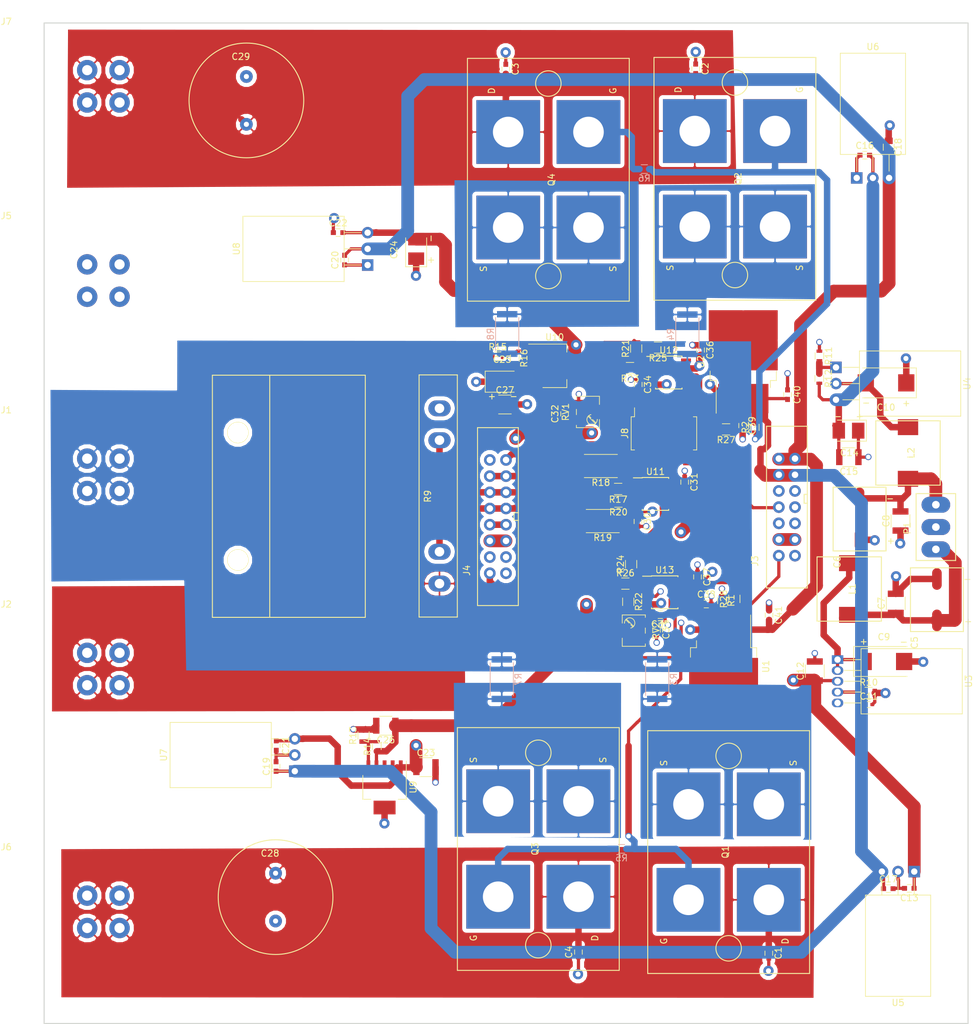
<source format=kicad_pcb>
(kicad_pcb (version 20221018) (generator pcbnew)
  (layers (0 "F.Cu" signal) (1 "In1.Cu" signal) (2 "In2.Cu" signal) (31 "B.Cu" signal) (34 "B.Paste" user) (35 "F.Paste" user) (36 "B.SilkS" user "B.Silkscreen") (37 "F.SilkS" user "F.Silkscreen") (38 "B.Mask" user) (39 "F.Mask" user) (44 "Edge.Cuts" user))
  (net 0 "")
  (net 1 "GND")
  (net 2 "+HCC")
  (net 3 "-HCC")
  (net 4 "+24V")
  (net 5 "-24V")
  (net 6 "Net-(C10-Pad2)")
  (net 7 "Net-(C11-Pad1)")
  (net 8 "V+")
  (net 9 "V-")
  (net 10 "+15V")
  (net 11 "-15V")
  (net 12 "+5V")
  (net 13 "-5V")
  (net 14 "-2.5V")
  (net 15 "+2.5V")
  (net 16 "Net-(J1-Pad1)")
  (net 17 "Net-(J2-Pad1)")
  (net 18 "rconn_1")
  (net 19 "rconn_4")
  (net 20 "rconn_3")
  (net 21 "rconn_2")
  (net 22 "Net-(Q1-Pad3)")
  (net 23 "Net-(Q1-Pad1)")
  (net 24 "Net-(Q2-Pad3)")
  (net 25 "Net-(Q2-Pad1)")
  (net 26 "Net-(Q3-Pad3)")
  (net 27 "Net-(Q3-Pad1)")
  (net 28 "Net-(Q4-Pad3)")
  (net 29 "Net-(Q4-Pad1)")
  (net 30 "Net-(R1-Pad2)")
  (net 31 "Net-(R2-Pad2)")
  (net 32 "Net-(R11-Pad2)")
  (net 33 "Net-(R13-Pad1)")
  (net 34 "Net-(R15-Pad2)")
  (net 35 "Net-(C9-Pad1)")
  (net 36 "rconn_7")
  (net 37 "rconn_5")
  (net 38 "rconn_6")
  (net 39 "Net-(R21-Pad2)")
  (net 40 "Net-(R21-Pad1)")
  (net 41 "Net-(R22-Pad1)")
  (net 42 "Net-(R22-Pad2)")
  (net 43 "Net-(J8-Pad3)")
  (net 44 "Net-(R25-Pad1)")
  (net 45 "Net-(R26-Pad1)")
  (net 46 "Net-(J8-Pad6)")
  (net 47 "Net-(J8-Pad4)")
  (net 48 "Net-(J8-Pad5)")
  (net 49 "Net-(U3-Pad5)")
  (net 50 "Net-(U11-Pad1)")
  (net 51 "Net-(U11-Pad5)")
  (net 52 "Net-(U11-Pad8)")
  (net 53 "Net-(U12-Pad1)")
  (net 54 "Net-(U12-Pad5)")
  (net 55 "Net-(U12-Pad8)")
  (net 56 "Net-(U13-Pad1)")
  (net 57 "Net-(U13-Pad5)")
  (net 58 "Net-(U13-Pad8)")
  (footprint "Capacitors_SMD:C_0603" (layer "F.Cu") (at 126.73 163.98 -90)
    (fp_text reference "C1")
    (fp_text value "0.1uF")
  )
  (footprint "Capacitors_SMD:C_0603" (layer "F.Cu") (at 115.255 25.19 -90)
    (fp_text reference "C2")
    (fp_text value "0.1uF")
  )
  (footprint "Capacitors_SMD:C_0603" (layer "F.Cu") (at 85.455 25.23 -90)
    (fp_text reference "C3")
    (fp_text value "0.1uF")
  )
  (footprint "Capacitors_SMD:C_0603" (layer "F.Cu") (at 96.86 163.8 90)
    (fp_text reference "C4")
    (fp_text value "0.1uF")
  )
  (footprint "zmyfootprint:CAP_polar_220uF" (layer "F.Cu") (at 153.115 108.5)
    (fp_text reference "C5")
    (fp_text value "220uF")
  )
  (footprint "zmyfootprint:CAP_polar_220uF" (layer "F.Cu") (at 140.975 95.85)
    (fp_text reference "C6")
    (fp_text value "220uF")
  )
  (footprint "Capacitors_SMD:C_1210" (layer "F.Cu") (at 146.655 109.07 90)
    (fp_text reference "C7")
    (fp_text value "10uF")
  )
  (footprint "Capacitors_SMD:C_1210" (layer "F.Cu") (at 147.4 96.15 90)
    (fp_text reference "C8")
    (fp_text value "10uF")
  )
  (footprint "zmyfootprint:CP_Tantalum_Case-X_EIA-7343-43_Reflow" (layer "F.Cu") (at 145.129794 74.474106 180)
    (fp_text reference "C10")
    (fp_text value "47uF")
  )
  (footprint "Capacitors_SMD:C_0603" (layer "F.Cu") (at 148.779106 153.795206 180)
    (fp_text reference "C13")
    (fp_text value "0.33uF")
  )
  (footprint "zmyfootprint:CP_Tantalum_Case-B_EIA-3528-21_Reflow" (layer "F.Cu") (at 139.239794 81.974106 180)
    (fp_text reference "C14")
    (fp_text value "1uF")
  )
  (footprint "Capacitors_SMD:C_1210" (layer "F.Cu") (at 139.294794 86.134106 180)
    (fp_text reference "C15")
    (fp_text value "10uF")
  )
  (footprint "Capacitors_SMD:C_0603" (layer "F.Cu") (at 141.789106 38.745206)
    (fp_text reference "C16")
    (fp_text value "0.33uF")
  )
  (footprint "Capacitors_SMD:C_0603" (layer "F.Cu") (at 145.489106 153.845206)
    (fp_text reference "C17")
    (fp_text value "0.1uF")
  )
  (footprint "Capacitors_SMD:C_0805" (layer "F.Cu") (at 145.549106 37.495206 -90)
    (fp_text reference "C18")
    (fp_text value "0.1uF")
  )
  (footprint "Capacitors_SMD:C_0603" (layer "F.Cu") (at 60.165206 55.205894 90)
    (fp_text reference "C20")
    (fp_text value "0.33uF")
  )
  (footprint "Capacitors_SMD:C_0603" (layer "F.Cu") (at 59.145206 50.895894)
    (fp_text reference "C22")
    (fp_text value "0.1uF")
  )
  (footprint "Capacitors_SMD:C_1210" (layer "F.Cu") (at 72.925 134.775)
    (fp_text reference "C23")
    (fp_text value "10uF")
  )
  (footprint "zmyfootprint:CP_Tantalum_Case-B_EIA-3528-21_Reflow" (layer "F.Cu") (at 71.39 53.455 90)
    (fp_text reference "C24")
    (fp_text value "1uF")
  )
  (footprint "zmyfootprint:CP_Tantalum_Case-B_EIA-3528-21_Reflow" (layer "F.Cu") (at 85.02717 74.288914)
    (fp_text reference "C25")
    (fp_text value "1uF")
  )
  (footprint "Capacitors_SMD:C_1210" (layer "F.Cu") (at 66.625 128.275 180)
    (fp_text reference "C26")
    (fp_text value "10uF")
  )
  (footprint "Capacitors_SMD:C_1210" (layer "F.Cu") (at 85.32217 77.868914)
    (fp_text reference "C27")
    (fp_text value "10uF")
  )
  (footprint "zmyfootprint:SAFETY-BANANA-JACK-CT3151" (layer "F.Cu") (at 22.3 88.9)
    (fp_text reference "J1")
    (fp_text value "Conn_01x01_Female")
  )
  (footprint "zmyfootprint:Inductor_SLF10145" (layer "F.Cu") (at 139.35 106.825 90)
    (fp_text reference "L1")
    (fp_text value "100uH")
  )
  (footprint "zmyfootprint:Inductor_SLF10145" (layer "F.Cu") (at 148.575 85.475 90)
    (fp_text reference "L2")
    (fp_text value "100uH")
  )
  (footprint "zmyfootprint:Conn_01X03-3.5mm" (layer "F.Cu") (at 152.95 97.1 90)
    (fp_text reference "P1")
    (fp_text value "CONN_01X03")
  )
  (footprint "zmyfootprint:PowerMOS" (layer "F.Cu") (at 120.43 148.107 -90)
    (fp_text reference "Q1")
    (fp_text value "Q_NMOS_GDS")
  )
  (footprint "zmyfootprint:PowerMOS" (layer "F.Cu") (at 121.415 42.453 90)
    (fp_text reference "Q2")
    (fp_text value "Q_PMOS_GDS")
  )
  (footprint "zmyfootprint:PowerMOS" (layer "F.Cu") (at 90.56 147.623 -90)
    (fp_text reference "Q3")
    (fp_text value "Q_NMOS_GDS")
  )
  (footprint "Resistors_SMD:R_0603" (layer "F.Cu") (at 124.525 81.45 90)
    (fp_text reference "R2")
    (fp_text value "5.1")
  )
  (footprint "zmyfootprint:SHR4-3825" (layer "F.Cu") (at 75.05 92.225 90)
    (fp_text reference "R9")
    (fp_text value "R_Shunt")
  )
  (footprint "Resistors_SMD:R_0603" (layer "F.Cu") (at 134.675 70.25 -90)
    (fp_text reference "R11")
    (fp_text value "1.8k")
  )
  (footprint "Resistors_SMD:R_0603" (layer "F.Cu") (at 134.655 73.785 -90)
    (fp_text reference "R12")
    (fp_text value "120")
  )
  (footprint "Resistors_SMD:R_0805" (layer "F.Cu") (at 63.130206 129.815894 90)
    (fp_text reference "R13")
    (fp_text value "4k")
  )
  (footprint "Resistors_SMD:R_0603" (layer "F.Cu") (at 65.220206 131.535894 90)
    (fp_text reference "R14")
    (fp_text value "4.22k")
  )
  (footprint "Resistors_SMD:R_0603" (layer "F.Cu") (at 84.19217 70.288914)
    (fp_text reference "R15")
    (fp_text value "120")
  )
  (footprint "Resistors_SMD:R_0603" (layer "F.Cu") (at 86.87217 70.598914 -90)
    (fp_text reference "R16")
    (fp_text value "120")
  )
  (footprint "TO_SOT_Packages_SMD:TO-263-5_TabPin6" (layer "F.Cu") (at 119.632568 118.978444 -90)
    (fp_text reference "U1")
    (fp_text value "BUF634")
  )
  (footprint "TO_SOT_Packages_THT:TO-220-3_Horizontal" (layer "F.Cu") (at 137.274794 72.044106 -90)
    (fp_text reference "U4")
    (fp_text value "LM337_TO220")
  )
  (footprint "TO_SOT_Packages_THT:TO-220-3_Horizontal" (layer "F.Cu") (at 149.559106 151.165206 180)
    (fp_text reference "U5")
    (fp_text value "uA7815")
  )
  (footprint "TO_SOT_Packages_THT:TO-220-3_Horizontal" (layer "F.Cu") (at 140.529106 42.315206)
    (fp_text reference "U6")
    (fp_text value "LM7915")
  )
  (footprint "TO_SOT_Packages_THT:TO-220-3_Horizontal" (layer "F.Cu") (at 63.775206 55.985894 90)
    (fp_text reference "U8")
    (fp_text value "LM7905")
  )
  (footprint "TO_SOT_Packages_SMD:SOT-223-6" (layer "F.Cu") (at 66.430206 137.953394 -90)
    (fp_text reference "U9")
    (fp_text value "TL1963A")
  )
  (footprint "TO_SOT_Packages_SMD:SOT-223" (layer "F.Cu") (at 93.12217 71.798914)
    (fp_text reference "U10")
    (fp_text value "LM337_SOT223")
  )
  (footprint "zmyfootprint:CAPCITOR_TOT" (layer "F.Cu") (at 49.325 155.175)
    (fp_text reference "C28")
    (fp_text value "1000uF")
  )
  (footprint "zmyfootprint:CAPCITOR_TOT" (layer "F.Cu") (at 44.745 30.15)
    (fp_text reference "C29")
    (fp_text value "1000uF")
  )
  (footprint "zmyfootprint:SAFETY-BANANA-JACK-CT3151" (layer "F.Cu") (at 22.3 58.42)
    (fp_text reference "J5")
    (fp_text value "Conn_01x01_Female")
  )
  (footprint "zmyfootprint:SAFETY-BANANA-JACK-CT3151" (layer "F.Cu") (at 22.3 157.48)
    (fp_text reference "J6")
    (fp_text value "Conn_01x01_Female")
  )
  (footprint "zmyfootprint:SAFETY-BANANA-JACK-CT3151" (layer "F.Cu") (at 22.3 27.94)
    (fp_text reference "J7")
    (fp_text value "Conn_01x01_Female")
  )
  (footprint "zmyfootprint:SAFETY-BANANA-JACK-CT3151" (layer "F.Cu") (at 22.3 119.38)
    (fp_text reference "J2")
    (fp_text value "Conn_01x01_Female")
  )
  (footprint "Resistors_SMD:R_0805" (layer "F.Cu") (at 120.025 81.775 180)
    (fp_text reference "R27")
    (fp_text value "2.2k")
  )
  (footprint "Resistors_SMD:R_0805" (layer "F.Cu") (at 121.325 108.375 90)
    (fp_text reference "R28")
    (fp_text value "2.2k")
  )
  (footprint "Resistors_SMD:R_0805" (layer "F.Cu") (at 142.410206 123.130894)
    (fp_text reference "R10")
    (fp_text value "2M")
  )
  (footprint "Capacitors_SMD:C_0402" (layer "F.Cu") (at 142.430206 124.950894)
    (fp_text reference "C11")
    (fp_text value "22pF")
  )
  (footprint "zmyfootprint:CP_Tantalum_Case-X_EIA-7343-43_Reflow" (layer "F.Cu") (at 144.795206 118.200894)
    (fp_text reference "C9")
    (fp_text value "47uF")
  )
  (footprint "Capacitors_SMD:C_1210" (layer "F.Cu") (at 133.95 119.7 90)
    (fp_text reference "C12")
    (fp_text value "10uF")
  )
  (footprint "TO_SOT_Packages_THT:TO-220-3_Horizontal" (layer "F.Cu") (at 52.344794 135.414106 90)
    (fp_text reference "U7")
    (fp_text value "LM7805")
  )
  (footprint "TO_SOT_Packages_THT:TO-220-5_Horizontal" (layer "F.Cu") (at 137.520206 117.900894 -90)
    (fp_text reference "U3")
    (fp_text value "LT3080")
  )
  (footprint "zmyfootprint:16PinConn" (layer "F.Cu") (at 82.95 104.35 90)
    (fp_text reference "J4")
    (fp_text value "Conn_02x08_Odd_Even")
  )
  (footprint "zmyfootprint:Socket_Strip_Straight_2x04_Pitch2.54mm_SMD" (layer "F.Cu") (at 110.275 82.4 90)
    (fp_text reference "J8")
    (fp_text value "Conn_02x04_Counter_Clockwise")
  )
  (footprint "Capacitors_SMD:C_0603" (layer "F.Cu") (at 116.025 69.325 -90)
    (fp_text reference "C36")
    (fp_text value "0.1uF")
  )
  (footprint "Resistors_SMD:R_0805" (layer "F.Cu") (at 105.92 69.09 90)
    (fp_text reference "R21")
    (fp_text value "18.2k")
  )
  (footprint "Capacitors_SMD:C_0603" (layer "F.Cu") (at 106.24 74.73 -90)
    (fp_text reference "C34")
    (fp_text value "0.1uF")
  )
  (footprint "Resistors_SMD:R_0805" (layer "F.Cu") (at 104.95 72.15 180)
    (fp_text reference "R23")
    (fp_text value "2.2k")
  )
  (footprint "Resistors_SMD:R_0805" (layer "F.Cu") (at 109.35 68.93 180)
    (fp_text reference "R25")
    (fp_text value "18.2k")
  )
  (footprint "Housings_SOIC:SOIC-8_3.9x4.9mm_Pitch1.27mm" (layer "F.Cu") (at 111.04 72.85)
    (fp_text reference "U12")
    (fp_text value "LT1363")
  )
  (footprint "Resistors_SMD:R_2512" (layer "F.Cu") (at 100.67 96.165 180)
    (fp_text reference "R19")
    (fp_text value "25k")
  )
  (footprint "Resistors_SMD:R_0805" (layer "F.Cu") (at 103.13 93.11 180)
    (fp_text reference "R20")
    (fp_text value "500")
  )
  (footprint "Resistors_SMD:R_0805" (layer "F.Cu") (at 103.09 91.12 180)
    (fp_text reference "R17")
    (fp_text value "500")
  )
  (footprint "Resistors_SMD:R_2512" (layer "F.Cu") (at 100.375 87.525 180)
    (fp_text reference "R18")
    (fp_text value "25k")
  )
  (footprint "Housings_SOIC:SOIC-8_3.9x4.9mm_Pitch1.27mm" (layer "F.Cu") (at 108.95 91.9)
    (fp_text reference "U11")
    (fp_text value "OPA388")
  )
  (footprint "Capacitors_SMD:C_0603" (layer "F.Cu") (at 113.525 90.05 -90)
    (fp_text reference "C31")
    (fp_text value "0.1uF")
  )
  (footprint "Capacitors_SMD:C_0603" (layer "F.Cu") (at 106.2 96.225 -90)
    (fp_text reference "C30")
    (fp_text value "0.1uF")
  )
  (footprint "TO_SOT_Packages_SMD:TO-263-5_TabPin6" (layer "F.Cu") (at 122.722933 71.166641 90)
    (fp_text reference "U2")
    (fp_text value "BUF634")
  )
  (footprint "Potentiometers:Potentiometer_Trimmer_Bourns_3214W" (layer "F.Cu") (at 98.345712 79.044799 90)
    (fp_text reference "RV1")
    (fp_text value "R_POT_TRIM")
  )
  (footprint "Capacitors_SMD:C_0603" (layer "F.Cu") (at 94.685712 79.334799 90)
    (fp_text reference "C32")
    (fp_text value "0.1uF")
  )
  (footprint "Capacitors_SMD:C_0603" (layer "F.Cu") (at 49.434794 131.394106 -90)
    (fp_text reference "C21")
    (fp_text value "0.1uF")
  )
  (footprint "Capacitors_SMD:C_0603" (layer "F.Cu") (at 49.404794 134.674106 90)
    (fp_text reference "C19")
    (fp_text value "0.33uF")
  )
  (footprint "zmyfootprint:PowerMOS" (layer "F.Cu") (at 92.135 42.603 90)
    (fp_text reference "Q4")
    (fp_text value "Q_PMOS_GDS")
  )
  (footprint "Potentiometers:Potentiometer_Trimmer_Bourns_3214W" (layer "F.Cu") (at 105.545 113.355 -90)
    (fp_text reference "RV2")
    (fp_text value "R_POT_TRIM")
  )
  (footprint "Housings_SOIC:SOIC-8_3.9x4.9mm_Pitch1.27mm" (layer "F.Cu") (at 110.4 107.335)
    (fp_text reference "U13")
    (fp_text value "LT1363")
  )
  (footprint "Capacitors_SMD:C_0603" (layer "F.Cu") (at 109.115 113.255 -90)
    (fp_text reference "C33")
    (fp_text value "0.1uF")
  )
  (footprint "Resistors_SMD:R_0805" (layer "F.Cu") (at 104.225 105.975)
    (fp_text reference "R26")
    (fp_text value "18.2k")
  )
  (footprint "Capacitors_SMD:C_0603" (layer "F.Cu") (at 109.7 110.85 180)
    (fp_text reference "C35")
    (fp_text value "0.1uF")
  )
  (footprint "Resistors_SMD:R_0805" (layer "F.Cu") (at 105.125 102.925 90)
    (fp_text reference "R24")
    (fp_text value "2.2k")
  )
  (footprint "Resistors_SMD:R_0805" (layer "F.Cu") (at 104.675 108.825 -90)
    (fp_text reference "R22")
    (fp_text value "18.2k")
  )
  (footprint "Capacitors_SMD:C_0603" (layer "F.Cu") (at 115.54 104.925 -90)
    (fp_text reference "C37")
    (fp_text value "0.1uF")
  )
  (footprint "Resistors_SMD:R_0603" (layer "F.Cu") (at 119.375 108.625 -90)
    (fp_text reference "R1")
    (fp_text value "10")
  )
  (footprint "zmyfootprint:14PinConn" (layer "F.Cu") (at 129.575 93.975 90)
    (fp_text reference "J3")
    (fp_text value "Conn_02x07_Odd_Even")
  )
  (footprint "Capacitors_SMD:C_0603" (layer "F.Cu") (at 122.625 81.175 -90)
    (fp_text reference "C39")
    (fp_text value "0.1uF")
  )
  (footprint "Capacitors_SMD:C_0603" (layer "F.Cu") (at 129.675 76.325 -90)
    (fp_text reference "C40")
    (fp_text value "0.1uF")
  )
  (footprint "Capacitors_SMD:C_0603" (layer "F.Cu") (at 126.775 110.925 -90)
    (fp_text reference "C41")
    (fp_text value "0.1uF")
  )
  (footprint "Capacitors_SMD:C_0603" (layer "F.Cu") (at 116.925 109.175)
    (fp_text reference "C38")
    (fp_text value "0.1uF")
  )
  (footprint "Resistors_SMD:R_2512" (layer "B.Cu") (at 113.95 66.85 -90)
    (fp_text reference "R4")
    (fp_text value "2.5m")
  )
  (footprint "Resistors_SMD:R_0603" (layer "B.Cu") (at 103.625 147.6)
    (fp_text reference "R5")
    (fp_text value "20")
  )
  (footprint "Resistors_SMD:R_0603" (layer "B.Cu") (at 107.2 40.925)
    (fp_text reference "R6")
    (fp_text value "20")
  )
  (footprint "Resistors_SMD:R_2512" (layer "B.Cu") (at 84.825 120.975 90)
    (fp_text reference "R7")
    (fp_text value "2.5m")
  )
  (footprint "Resistors_SMD:R_2512" (layer "B.Cu") (at 85.675 66.8 -90)
    (fp_text reference "R8")
    (fp_text value "2.5m")
  )
  (footprint "Resistors_SMD:R_2512" (layer "B.Cu") (at 109.22 120.97 90)
    (fp_text reference "R3")
    (fp_text value "2.5m")
  )
  (gr_line (start 158 175) (end 13 175) (stroke (width 0.15)) (layer "Edge.Cuts"))
  (gr_line (start 158 18) (end 158 175) (stroke (width 0.15)) (layer "Edge.Cuts"))
  (gr_line (start 13 18) (end 158 18) (stroke (width 0.15)) (layer "Edge.Cuts"))
  (gr_line (start 13 175) (end 13 18) (stroke (width 0.15)) (layer "Edge.Cuts"))
  (segment (start 145.549106 34.225894) (end 145.71 34.065) (width 1.016) (layer "F.Cu") (net 1))
  (segment (start 150.910894 118.200894) (end 150.96 118.25) (width 1.016) (layer "F.Cu") (net 1))
  (segment (start 147.970206 118.200894) (end 150.910894 118.200894) (width 1.016) (layer "F.Cu") (net 1))
  (segment (start 145.000894 123.130894) (end 145.03 123.16) (width 1.016) (layer "F.Cu") (net 1))
  (segment (start 143.360206 123.130894) (end 143.360206 124.570894) (width 0.508) (layer "F.Cu") (net 1))
  (segment (start 143.360206 123.130894) (end 145.000894 123.130894) (width 1.016) (layer "F.Cu") (net 1))
  (segment (start 143.360206 124.570894) (end 142.980206 124.950894) (width 0.508) (layer "F.Cu") (net 1))
  (segment (start 107.45 97) (end 107.49 96.96) (width 0.508) (layer "F.Cu") (net 1))
  (segment (start 106.24 73.98) (end 105.11 73.98) (width 0.508) (layer "F.Cu") (net 1))
  (segment (start 106.735 73.485) (end 106.24 73.98) (width 0.508) (layer "F.Cu") (net 1))
  (segment (start 108.34 73.485) (end 106.735 73.485) (width 0.508) (layer "F.Cu") (net 1))
  (segment (start 113.54 89.42) (end 113.54 88.28) (width 0.508) (layer "F.Cu") (net 1))
  (segment (start 106.3 97) (end 107.45 97) (width 0.508) (layer "F.Cu") (net 1))
  (segment (start 96.895712 77.794799) (end 95.475712 77.794799) (width 0.508) (layer "F.Cu") (net 1))
  (segment (start 95.475712 77.794799) (end 94.685712 78.584799) (width 0.508) (layer "F.Cu") (net 1))
  (segment (start 52.344794 132.874106) (end 51.072002 132.874106) (width 0.508) (layer "F.Cu") (net 1))
  (segment (start 51.072002 132.874106) (end 51.061108 132.885) (width 0.508) (layer "F.Cu") (net 1))
  (segment (start 49.404794 133.924106) (end 49.404794 132.885) (width 0.508) (layer "F.Cu") (net 1))
  (segment (start 49.404794 132.174106) (end 49.434794 132.144106) (width 0.508) (layer "F.Cu") (net 1))
  (segment (start 49.404794 132.885) (end 49.404794 132.174106) (width 0.508) (layer "F.Cu") (net 1))
  (segment (start 51.061108 132.885) (end 49.404794 132.885) (width 0.508) (layer "F.Cu") (net 1))
  (segment (start 107.7 107.97) (end 108.98 107.97) (width 0.508) (layer "F.Cu") (net 1))
  (segment (start 110.45 112.025) (end 110.9 112.475) (width 0.508) (layer "F.Cu") (net 1))
  (segment (start 110.45 110.85) (end 110.45 112.025) (width 0.508) (layer "F.Cu") (net 1))
  (segment (start 109.115 115.225) (end 109.135 115.245) (width 0.508) (layer "F.Cu") (net 1))
  (segment (start 108.98 107.97) (end 109.75 107.2) (width 0.508) (layer "F.Cu") (net 1))
  (segment (start 109.115 114.005) (end 109.115 115.225) (width 0.508) (layer "F.Cu") (net 1))
  (segment (start 109.115 114.005) (end 107.595 114.005) (width 0.508) (layer "F.Cu") (net 1))
  (segment (start 107.595 114.005) (end 106.995 114.605) (width 0.508) (layer "F.Cu") (net 1))
  (segment (start 115.54 104.175) (end 115.54 102.995) (width 0.508) (layer "F.Cu") (net 1))
  (segment (start 64.534106 128.865894) (end 65.125 128.275) (width 1.016) (layer "F.Cu") (net 1))
  (segment (start 126.73 166.69) (end 126.68 166.74) (width 0.508) (layer "F.Cu") (net 1))
  (segment (start 143.275 99.1) (end 143.35 99.175) (width 1.016) (layer "F.Cu") (net 1))
  (segment (start 147.1 153.795206) (end 146.289106 153.795206) (width 0.508) (layer "F.Cu") (net 1))
  (segment (start 58.395206 48.734794) (end 58.515 48.615) (width 0.508) (layer "F.Cu") (net 1))
  (segment (start 74.425 134.775) (end 74.425 137.175) (width 1.016) (layer "F.Cu") (net 1))
  (segment (start 85.455 24.48) (end 85.455 22.63) (width 0.508) (layer "F.Cu") (net 1))
  (segment (start 147.1 152.518892) (end 147.1 153.795206) (width 0.508) (layer "F.Cu") (net 1))
  (segment (start 83.50217 74.288914) (end 83.50217 77.548914) (width 0.508) (layer "F.Cu") (net 1))
  (segment (start 60.195206 55.985894) (end 60.165206 55.955894) (width 0.508) (layer "F.Cu") (net 1))
  (segment (start 83.44217 70.288914) (end 83.44217 74.228914) (width 0.508) (layer "F.Cu") (net 1))
  (segment (start 140.794794 82.004106) (end 140.764794 81.974106) (width 0.508) (layer "F.Cu") (net 1))
  (segment (start 140.529106 39.255206) (end 141.039106 38.745206) (width 0.508) (layer "F.Cu") (net 1))
  (segment (start 115.255 22.54) (end 115.265 22.53) (width 0.508) (layer "F.Cu") (net 1))
  (segment (start 58.395206 50.895894) (end 58.395206 48.734794) (width 0.508) (layer "F.Cu") (net 1))
  (segment (start 148.304794 70.694794) (end 148.255 70.645) (width 1.016) (layer "F.Cu") (net 1))
  (segment (start 83.44217 74.228914) (end 83.50217 74.288914) (width 0.508) (layer "F.Cu") (net 1))
  (segment (start 116.025 68.575) (end 114.775 68.575) (width 1.016) (layer "F.Cu") (net 1))
  (segment (start 96.895712 76.254288) (end 96.925 76.225) (width 0.508) (layer "F.Cu") (net 1))
  (segment (start 145.549106 36.495206) (end 145.549106 34.225894) (width 1.016) (layer "F.Cu") (net 1))
  (segment (start 126.775 110.175) (end 126.775 108.975) (width 1.016) (layer "F.Cu") (net 1))
  (segment (start 61.565894 128.865894) (end 61.525 128.825) (width 1.016) (layer "F.Cu") (net 1))
  (segment (start 146.655 104.88) (end 146.705 104.83) (width 1.016) (layer "F.Cu") (net 1))
  (segment (start 63.775206 55.985894) (end 60.195206 55.985894) (width 0.508) (layer "F.Cu") (net 1))
  (segment (start 140.529106 42.315206) (end 140.529106 39.255206) (width 0.508) (layer "F.Cu") (net 1))
  (segment (start 71.39 54.98) (end 71.39 57.63) (width 1.016) (layer "F.Cu") (net 1))
  (segment (start 133.95 118.2) (end 133.95 116.9) (width 0.508) (layer "F.Cu") (net 1))
  (segment (start 122.625 81.925) (end 122.625 83.325) (width 1.016) (layer "F.Cu") (net 1))
  (segment (start 146.289106 153.795206) (end 146.239106 153.845206) (width 0.508) (layer "F.Cu") (net 1))
  (segment (start 117.675 109.175) (end 117.675 107.975) (width 0.508) (layer "F.Cu") (net 1))
  (segment (start 63.130206 128.865894) (end 64.534106 128.865894) (width 1.016) (layer "F.Cu") (net 1))
  (segment (start 142.315894 86.134106) (end 142.35 86.1) (width 0.508) (layer "F.Cu") (net 1))
  (segment (start 126.73 164.73) (end 126.73 166.69) (width 0.508) (layer "F.Cu") (net 1))
  (segment (start 147.019106 152.437998) (end 147.1 152.518892) (width 0.508) (layer "F.Cu") (net 1))
  (segment (start 63.130206 128.865894) (end 61.565894 128.865894) (width 1.016) (layer "F.Cu") (net 1))
  (segment (start 83.50217 74.288914) (end 80.831482 74.288914) (width 1.016) (layer "F.Cu") (net 1))
  (segment (start 66.430206 143.584794) (end 66.41 143.605) (width 1.016) (layer "F.Cu") (net 1))
  (segment (start 147.019106 151.165206) (end 147.019106 152.437998) (width 0.508) (layer "F.Cu") (net 1))
  (segment (start 153.115 105.25) (end 148.975 105.25) (width 1.016) (layer "F.Cu") (net 1))
  (segment (start 66.430206 141.115894) (end 66.430206 143.584794) (width 1.016) (layer "F.Cu") (net 1))
  (segment (start 148.304794 74.474106) (end 148.304794 70.694794) (width 1.016) (layer "F.Cu") (net 1))
  (segment (start 96.86 167.2) (end 96.79 167.27) (width 0.508) (layer "F.Cu") (net 1))
  (segment (start 85.455 22.63) (end 85.435 22.61) (width 0.508) (layer "F.Cu") (net 1))
  (segment (start 117.675 107.975) (end 117.725 107.925) (width 0.508) (layer "F.Cu") (net 1))
  (segment (start 83.50217 77.548914) (end 83.82217 77.868914) (width 0.508) (layer "F.Cu") (net 1))
  (segment (start 146.655 107.57) (end 146.655 104.88) (width 1.016) (layer "F.Cu") (net 1))
  (segment (start 114.775 68.575) (end 114.725 68.525) (width 1.016) (layer "F.Cu") (net 1))
  (segment (start 148.975 105.25) (end 146.655 107.57) (width 1.016) (layer "F.Cu") (net 1))
  (segment (start 140.794794 86.134106) (end 142.315894 86.134106) (width 0.508) (layer "F.Cu") (net 1))
  (segment (start 147.4 97.65) (end 147.4 99.625) (width 1.016) (layer "F.Cu") (net 1))
  (segment (start 71.39 57.63) (end 71.36 57.66) (width 1.016) (layer "F.Cu") (net 1))
  (segment (start 115.255 24.44) (end 115.255 22.54) (width 0.508) (layer "F.Cu") (net 1))
  (segment (start 140.975 99.1) (end 143.275 99.1) (width 1.016) (layer "F.Cu") (net 1))
  (segment (start 63.430206 128.565894) (end 63.130206 128.865894) (width 0.508) (layer "F.Cu") (net 1))
  (segment (start 148.029106 153.795206) (end 147.1 153.795206) (width 0.508) (layer "F.Cu") (net 1))
  (segment (start 96.86 164.55) (end 96.86 167.2) (width 0.508) (layer "F.Cu") (net 1))
  (segment (start 105.11 73.98) (end 105.1 73.97) (width 0.508) (layer "F.Cu") (net 1))
  (segment (start 96.895712 77.794799) (end 96.895712 76.254288) (width 0.508) (layer "F.Cu") (net 1))
  (segment (start 129.675 75.575) (end 129.675 72.975) (width 0.508) (layer "F.Cu") (net 1))
  (segment (start 134.675 69.5) (end 134.675 68.075) (width 0.508) (layer "F.Cu") (net 1))
  (segment (start 140.794794 86.134106) (end 140.794794 82.004106) (width 0.508) (layer "F.Cu") (net 1))
  (segment (start 147.4 99.625) (end 147.35 99.675) (width 1.016) (layer "F.Cu") (net 1))
  (via (at 150.96 118.25) (size 1.6) (drill 0.8) (layers "F.Cu" "B.Cu") (net 1))
  (via (at 145.03 123.16) (size 1.6) (drill 0.8) (layers "F.Cu" "B.Cu") (net 1))
  (via (at 107.49 96.96) (size 1) (drill 0.7) (layers "F.Cu" "B.Cu") (net 1))
  (via (at 105.1 73.97) (size 1) (drill 0.7) (layers "F.Cu" "B.Cu") (net 1))
  (via (at 113.54 88.28) (size 1) (drill 0.7) (layers "F.Cu" "B.Cu") (net 1))
  (via (at 109.75 107.2) (size 1) (drill 0.7) (layers "F.Cu" "B.Cu") (net 1))
  (via (at 110.9 112.475) (size 1) (drill 0.7) (layers "F.Cu" "B.Cu") (net 1))
  (via (at 109.135 115.245) (size 1) (drill 0.7) (layers "F.Cu" "B.Cu") (net 1))
  (via (at 115.54 102.995) (size 1) (drill 0.7) (layers "F.Cu" "B.Cu") (net 1))
  (via (at 58.515 48.615) (size 1.6) (drill 0.8) (layers "F.Cu" "B.Cu") (net 1))
  (via (at 117.725 107.925) (size 1) (drill 0.7) (layers "F.Cu" "B.Cu") (net 1))
  (via (at 134.675 68.075) (size 1) (drill 0.7) (layers "F.Cu" "B.Cu") (net 1))
  (via (at 80.811276 74.30912) (size 1.6) (drill 0.8) (layers "F.Cu" "B.Cu") (net 1))
  (via (at 143.35 99.175) (size 1.6) (drill 0.8) (layers "F.Cu" "B.Cu") (net 1))
  (via (at 122.625 83.325) (size 1) (drill 0.7) (layers "F.Cu" "B.Cu") (net 1))
  (via (at 142.35 86.1) (size 1) (drill 0.7) (layers "F.Cu" "B.Cu") (net 1))
  (via (at 126.68 166.74) (size 1.6) (drill 0.8) (layers "F.Cu" "B.Cu") (net 1))
  (via (at 148.255 70.645) (size 1.6) (drill 0.8) (layers "F.Cu" "B.Cu") (net 1))
  (via (at 85.435 22.61) (size 1.6) (drill 0.8) (layers "F.Cu" "B.Cu") (net 1))
  (via (at 133.95 116.9) (size 1) (drill 0.7) (layers "F.Cu" "B.Cu") (net 1))
  (via (at 96.925 76.225) (size 1) (drill 0.7) (layers "F.Cu" "B.Cu") (net 1))
  (via (at 66.41 143.605) (size 1.6) (drill 0.8) (layers "F.Cu" "B.Cu") (net 1))
  (via (at 146.705 104.83) (size 1.6) (drill 0.8) (layers "F.Cu" "B.Cu") (net 1))
  (via (at 114.725 68.525) (size 1) (drill 0.7) (layers "F.Cu" "B.Cu") (net 1))
  (via (at 126.775 108.975) (size 1) (drill 0.7) (layers "F.Cu" "B.Cu") (net 1))
  (via (at 71.36 57.66) (size 1.6) (drill 0.8) (layers "F.Cu" "B.Cu") (net 1))
  (via (at 115.265 22.53) (size 1.6) (drill 0.8) (layers "F.Cu" "B.Cu") (net 1))
  (via (at 145.71 34.065) (size 1.6) (drill 0.8) (layers "F.Cu" "B.Cu") (net 1))
  (via (at 147.35 99.675) (size 1.6) (drill 0.8) (layers "F.Cu" "B.Cu") (net 1))
  (via (at 129.675 72.975) (size 1) (drill 0.7) (layers "F.Cu" "B.Cu") (net 1))
  (via (at 96.79 167.27) (size 1.6) (drill 0.8) (layers "F.Cu" "B.Cu") (net 1))
  (via (at 74.425 137.175) (size 1) (drill 0.7) (layers "F.Cu" "B.Cu") (net 1))
  (via (at 61.525 128.825) (size 1) (drill 0.7) (layers "F.Cu" "B.Cu") (net 1))
  (segment (start 145.71 34.065) (end 145.66 34.015) (width 1.016) (layer "B.Cu") (net 1))
  (segment (start 145.66 34.015) (end 145.61 34.015) (width 1.016) (layer "B.Cu") (net 1))
  (segment (start 96.86 155.116) (end 96.86 163.05) (width 1.016) (layer "F.Cu") (net 2))
  (segment (start 126.73 155.6) (end 126.73 163.23) (width 1.016) (layer "F.Cu") (net 2))
  (segment (start 43.965 33.12) (end 44.745 33.9) (width 1.016) (layer "F.Cu") (net 3))
  (segment (start 85.455 34.73) (end 85.835 35.11) (width 1.016) (layer "F.Cu") (net 3))
  (segment (start 85.455 25.98) (end 85.455 34.73) (width 1.016) (layer "F.Cu") (net 3))
  (segment (start 156 111.615) (end 156 102.7) (width 2) (layer "F.Cu") (net 4))
  (segment (start 153.115 111.75) (end 147.835 111.75) (width 1.016) (layer "F.Cu") (net 4))
  (segment (start 155.865 111.75) (end 156 111.615) (width 2) (layer "F.Cu") (net 4))
  (segment (start 146.35 110.875) (end 146.655 110.57) (width 1.016) (layer "F.Cu") (net 4))
  (segment (start 153.9 100.6) (end 152.95 100.6) (width 2) (layer "F.Cu") (net 4))
  (segment (start 147.835 111.75) (end 146.655 110.57) (width 1.016) (layer "F.Cu") (net 4))
  (segment (start 153.115 111.75) (end 155.865 111.75) (width 2) (layer "F.Cu") (net 4))
  (segment (start 139.35 110.875) (end 146.35 110.875) (width 1.016) (layer "F.Cu") (net 4))
  (segment (start 139.055 110.57) (end 138.235 111.39) (width 1.016) (layer "F.Cu") (net 4))
  (segment (start 156 102.7) (end 153.9 100.6) (width 2) (layer "F.Cu") (net 4))
  (segment (start 152.95 90.35) (end 152.4 89.8) (width 2) (layer "F.Cu") (net 5))
  (segment (start 152.95 93.6) (end 152.95 90.35) (width 2) (layer "F.Cu") (net 5))
  (segment (start 147.4 92.966) (end 147.766 92.6) (width 1.016) (layer "F.Cu") (net 5))
  (segment (start 147.766 92.6) (end 148.575 91.791) (width 1.016) (layer "F.Cu") (net 5))
  (segment (start 147.4 94.65) (end 147.4 92.966) (width 1.016) (layer "F.Cu") (net 5))
  (segment (start 148.575 91.791) (end 148.575 89.525) (width 1.016) (layer "F.Cu") (net 5))
  (segment (start 152.4 89.8) (end 152.4 89.75) (width 2) (layer "F.Cu") (net 5))
  (segment (start 152.175 89.525) (end 148.575 89.525) (width 2) (layer "F.Cu") (net 5))
  (segment (start 152.4 89.75) (end 152.175 89.525) (width 2) (layer "F.Cu") (net 5))
  (segment (start 140.975 92.6) (end 147.766 92.6) (width 1.016) (layer "F.Cu") (net 5))
  (segment (start 144.225 79.691) (end 145.959 81.425) (width 1.016) (layer "F.Cu") (net 6))
  (segment (start 141.954794 74.549106) (end 144.225 76.819312) (width 1.016) (layer "F.Cu") (net 6))
  (segment (start 144.225 76.819312) (end 144.225 79.691) (width 1.016) (layer "F.Cu") (net 6))
  (segment (start 145.959 81.425) (end 148.575 81.425) (width 1.016) (layer "F.Cu") (net 6))
  (segment (start 141.954794 74.474106) (end 141.954794 74.549106) (width 1.016) (layer "F.Cu") (net 6))
  (segment (start 141.844794 74.584106) (end 141.954794 74.474106) (width 0.508) (layer "F.Cu") (net 6))
  (segment (start 137.274794 74.584106) (end 141.844794 74.584106) (width 0.508) (layer "F.Cu") (net 6))
  (segment (start 141.460206 124.530894) (end 141.880206 124.950894) (width 0.508) (layer "F.Cu") (net 7))
  (segment (start 141.460206 123.130894) (end 141.460206 124.530894) (width 0.508) (layer "F.Cu") (net 7))
  (segment (start 141.330206 123.000894) (end 141.460206 123.130894) (width 0.508) (layer "F.Cu") (net 7))
  (segment (start 137.520206 123.000894) (end 141.330206 123.000894) (width 0.508) (layer "F.Cu") (net 7))
  (segment (start 133.974106 121.060206) (end 134.034106 121.000206) (width 0.508) (layer "F.Cu") (net 8))
  (segment (start 116.232568 113.203444) (end 114.403444 113.203444) (width 1.016) (layer "F.Cu") (net 8))
  (segment (start 114.403444 113.203444) (end 114.4 113.2) (width 1.016) (layer "F.Cu") (net 8))
  (segment (start 149.559106 153.765206) (end 149.529106 153.795206) (width 0.508) (layer "F.Cu") (net 8))
  (segment (start 113.1 106.7) (end 114.515 106.7) (width 0.508) (layer "F.Cu") (net 8))
  (segment (start 116.232568 113.203444) (end 116.232568 109.232568) (width 0.508) (layer "F.Cu") (net 8))
  (segment (start 115.54 105.675) (end 116.325 105.675) (width 0.508) (layer "F.Cu") (net 8))
  (segment (start 130.575 121.125) (end 133.875 121.125) (width 2) (layer "F.Cu") (net 8))
  (segment (start 133.95 121.2) (end 137.419312 121.2) (width 0.508) (layer "F.Cu") (net 8))
  (segment (start 114.515 106.7) (end 115.54 105.675) (width 0.508) (layer "F.Cu") (net 8))
  (segment (start 137.419312 121.2) (end 137.520206 121.300894) (width 0.508) (layer "F.Cu") (net 8))
  (segment (start 149.559106 140.959106) (end 149.559106 151.165206) (width 2) (layer "F.Cu") (net 8))
  (segment (start 133.875 121.125) (end 133.95 121.2) (width 2) (layer "F.Cu") (net 8))
  (segment (start 116.325 105.675) (end 117.875 104.125) (width 0.508) (layer "F.Cu") (net 8))
  (segment (start 116.232568 109.232568) (end 116.175 109.175) (width 0.508) (layer "F.Cu") (net 8))
  (segment (start 133.95 125.35) (end 149.559106 140.959106) (width 2) (layer "F.Cu") (net 8))
  (segment (start 149.559106 151.165206) (end 149.559106 153.765206) (width 0.508) (layer "F.Cu") (net 8))
  (segment (start 133.95 121.2) (end 133.95 125.35) (width 2) (layer "F.Cu") (net 8))
  (via (at 114.4 113.2) (size 1.6) (drill 0.8) (layers "F.Cu" "B.Cu") (net 8))
  (via (at 130.575 121.125) (size 1.6) (drill 0.8) (layers "F.Cu" "B.Cu") (net 8))
  (via (at 117.875 104.125) (size 1.6) (drill 0.8) (layers "F.Cu" "B.Cu") (net 8))
  (segment (start 107.615 75.48) (end 108.34 74.755) (width 0.508) (layer "F.Cu") (net 9))
  (segment (start 106.24 75.48) (end 107.615 75.48) (width 0.508) (layer "F.Cu") (net 9))
  (segment (start 119.322933 74.133641) (end 119.856574 73.6) (width 0.508) (layer "F.Cu") (net 9))
  (segment (start 119.322933 76.941641) (end 119.322933 74.133641) (width 0.508) (layer "F.Cu") (net 9))
  (segment (start 122.722933 74.133641) (end 122.722933 76.941641) (width 0.508) (layer "F.Cu") (net 9))
  (segment (start 119.856574 73.6) (end 122.189292 73.6) (width 0.508) (layer "F.Cu") (net 9))
  (segment (start 122.189292 73.6) (end 122.722933 74.133641) (width 0.508) (layer "F.Cu") (net 9))
  (segment (start 119.322933 76.941641) (end 119.322933 76.547933) (width 1.016) (layer "F.Cu") (net 9))
  (segment (start 110.645 74.755) (end 110.7 74.7) (width 1.016) (layer "F.Cu") (net 9))
  (segment (start 143.069106 42.315206) (end 143.069106 39.275206) (width 0.508) (layer "F.Cu") (net 9))
  (segment (start 143.069106 39.275206) (end 142.539106 38.745206) (width 0.508) (layer "F.Cu") (net 9))
  (segment (start 137.714794 77.564106) (end 137.274794 77.124106) (width 1.016) (layer "F.Cu") (net 9))
  (segment (start 134.655 74.535) (end 134.655 76.565) (width 0.508) (layer "F.Cu") (net 9))
  (segment (start 122.625 77.039574) (end 122.722933 76.941641) (width 1.016) (layer "F.Cu") (net 9))
  (segment (start 137.714794 81.974106) (end 137.714794 86.054106) (width 0.508) (layer "F.Cu") (net 9))
  (segment (start 119.322933 76.941641) (end 119.322933 76.172933) (width 1.016) (layer "F.Cu") (net 9))
  (segment (start 136.924794 81.184106) (end 137.714794 81.974106) (width 0.508) (layer "F.Cu") (net 9))
  (segment (start 134.655 76.565) (end 135.214106 77.124106) (width 0.508) (layer "F.Cu") (net 9))
  (segment (start 119.322933 76.547933) (end 117.475 74.7) (width 1.016) (layer "F.Cu") (net 9))
  (segment (start 137.714794 86.054106) (end 137.794794 86.134106) (width 0.508) (layer "F.Cu") (net 9))
  (segment (start 137.714794 81.974106) (end 137.714794 77.564106) (width 1.016) (layer "F.Cu") (net 9))
  (segment (start 122.625 80.425) (end 122.625 77.039574) (width 1.016) (layer "F.Cu") (net 9))
  (segment (start 108.34 74.755) (end 110.645 74.755) (width 1.016) (layer "F.Cu") (net 9))
  (segment (start 137.274794 77.124106) (end 137.804794 77.124106) (width 0.508) (layer "F.Cu") (net 9))
  (segment (start 135.214106 77.124106) (end 137.274794 77.124106) (width 0.508) (layer "F.Cu") (net 9))
  (via (at 117.475 74.7) (size 1.6) (drill 0.8) (layers "F.Cu" "B.Cu") (net 9))
  (via (at 110.7 74.7) (size 1.6) (drill 0.8) (layers "F.Cu" "B.Cu") (net 9))
  (segment (start 143.069106 43.587998) (end 143.069106 42.315206) (width 1.016) (layer "B.Cu") (net 9))
  (segment (start 138.547586 77.124106) (end 143.069106 72.602586) (width 2) (layer "B.Cu") (net 9))
  (segment (start 137.274794 77.124106) (end 138.547586 77.124106) (width 2) (layer "B.Cu") (net 9))
  (segment (start 143.069106 72.602586) (end 143.069106 43.587998) (width 2) (layer "B.Cu") (net 9))
  (segment (start 52.344794 135.414106) (end 49.414794 135.414106) (width 0.508) (layer "F.Cu") (net 10))
  (segment (start 49.414794 135.414106) (end 49.404794 135.424106) (width 0.508) (layer "F.Cu") (net 10))
  (segment (start 125.425 88.225) (end 126.185 88.985) (width 2) (layer "F.Cu") (net 10))
  (segment (start 125.425 84.875) (end 126.025 84.875) (width 1.016) (layer "F.Cu") (net 10))
  (segment (start 126.6 84.3) (end 126.6 80.734708) (width 1.016) (layer "F.Cu") (net 10))
  (segment (start 125.425 88.225) (end 125.425 84.875) (width 1.016) (layer "F.Cu") (net 10))
  (segment (start 126.6 80.734708) (end 126.122933 80.257641) (width 1.016) (layer "F.Cu") (net 10))
  (segment (start 144.739106 151.425206) (end 144.479106 151.165206) (width 0.508) (layer "F.Cu") (net 10))
  (segment (start 129.541641 76.941641) (end 129.675 77.075) (width 0.508) (layer "F.Cu") (net 10))
  (segment (start 126.185 88.985) (end 128.275 88.985) (width 2) (layer "F.Cu") (net 10))
  (segment (start 144.739106 153.845206) (end 144.739106 151.425206) (width 0.508) (layer "F.Cu") (net 10))
  (segment (start 130.815 88.985) (end 128.275 88.985) (width 2) (layer "F.Cu") (net 10))
  (segment (start 126.025 84.875) (end 126.6 84.3) (width 1.016) (layer "F.Cu") (net 10))
  (segment (start 126.122933 76.941641) (end 129.541641 76.941641) (width 0.508) (layer "F.Cu") (net 10))
  (segment (start 126.122933 80.257641) (end 126.122933 76.941641) (width 1.016) (layer "F.Cu") (net 10))
  (segment (start 141.275 93.325) (end 136.935 88.985) (width 2) (layer "B.Cu") (net 10))
  (segment (start 131.819312 163.825) (end 135.969312 159.675) (width 2) (layer "B.Cu") (net 10))
  (segment (start 141.275 147.9611) (end 141.275 93.325) (width 2) (layer "B.Cu") (net 10))
  (segment (start 135.969312 159.675) (end 144.479106 151.165206) (width 2) (layer "B.Cu") (net 10))
  (segment (start 67.325 135.425) (end 73.725 141.825) (width 2) (layer "B.Cu") (net 10))
  (segment (start 144.479106 151.165206) (end 141.275 147.9611) (width 2) (layer "B.Cu") (net 10))
  (segment (start 55.255688 135.425) (end 67.325 135.425) (width 2) (layer "B.Cu") (net 10))
  (segment (start 136.935 88.985) (end 130.815 88.985) (width 2) (layer "B.Cu") (net 10))
  (segment (start 73.725 141.825) (end 73.725 160.075) (width 2) (layer "B.Cu") (net 10))
  (segment (start 73.725 160.075) (end 77.475 163.825) (width 2) (layer "B.Cu") (net 10))
  (segment (start 52.344794 135.414106) (end 55.244794 135.414106) (width 2) (layer "B.Cu") (net 10))
  (segment (start 77.475 163.825) (end 131.819312 163.825) (width 2) (layer "B.Cu") (net 10))
  (segment (start 55.244794 135.414106) (end 55.255688 135.425) (width 2) (layer "B.Cu") (net 10))
  (segment (start 119.632568 116.011444) (end 119.632568 113.203444) (width 0.508) (layer "F.Cu") (net 11))
  (segment (start 119.632568 116.011444) (end 120.181124 116.56) (width 0.508) (layer "F.Cu") (net 11))
  (segment (start 123.032568 116.167432) (end 123.032568 113.203444) (width 0.508) (layer "F.Cu") (net 11))
  (segment (start 131.715 84.255238) (end 131.715 65.285) (width 2) (layer "F.Cu") (net 11))
  (segment (start 131.715 65.285) (end 136.925 60.075) (width 2) (layer "F.Cu") (net 11))
  (segment (start 145.609106 42.315206) (end 145.609106 38.555206) (width 0.508) (layer "F.Cu") (net 11))
  (segment (start 126.475 113.203444) (end 126.662556 113.203444) (width 1.016) (layer "F.Cu") (net 11))
  (segment (start 133.245 86.445) (end 130.815 86.445) (width 2) (layer "F.Cu") (net 11))
  (segment (start 144.375 60.075) (end 145.609106 58.840894) (width 2) (layer "F.Cu") (net 11))
  (segment (start 127.296556 113.203444) (end 130.5 110) (width 1.016) (layer "F.Cu") (net 11))
  (segment (start 126.662556 113.203444) (end 126.775 113.091) (width 1.016) (layer "F.Cu") (net 11))
  (segment (start 123.032568 113.203444) (end 126.475 113.203444) (width 1.016) (layer "F.Cu") (net 11))
  (segment (start 126.775 113.091) (end 126.775 111.675) (width 1.016) (layer "F.Cu") (net 11))
  (segment (start 63.775206 53.445894) (end 61.175206 53.445894) (width 0.508) (layer "F.Cu") (net 11))
  (segment (start 61.175206 53.445894) (end 60.165206 54.455894) (width 0.508) (layer "F.Cu") (net 11))
  (segment (start 126.475 113.203444) (end 127.296556 113.203444) (width 1.016) (layer "F.Cu") (net 11))
  (segment (start 134.225 87.425) (end 133.245 86.445) (width 2) (layer "F.Cu") (net 11))
  (segment (start 130.5 110) (end 134.225 106.275) (width 2) (layer "F.Cu") (net 11))
  (segment (start 130.815 86.445) (end 128.275 86.445) (width 2) (layer "F.Cu") (net 11))
  (segment (start 130.815 86.445) (end 130.815 85.155238) (width 2) (layer "F.Cu") (net 11))
  (segment (start 145.609106 38.555206) (end 145.549106 38.495206) (width 0.508) (layer "F.Cu") (net 11))
  (segment (start 145.609106 58.840894) (end 145.609106 42.315206) (width 2) (layer "F.Cu") (net 11))
  (segment (start 122.64 116.56) (end 123.032568 116.167432) (width 0.508) (layer "F.Cu") (net 11))
  (segment (start 130.815 85.155238) (end 131.715 84.255238) (width 2) (layer "F.Cu") (net 11))
  (segment (start 136.925 60.075) (end 144.375 60.075) (width 2) (layer "F.Cu") (net 11))
  (segment (start 120.181124 116.56) (end 122.64 116.56) (width 0.508) (layer "F.Cu") (net 11))
  (segment (start 134.225 106.275) (end 134.225 87.425) (width 2) (layer "F.Cu") (net 11))
  (segment (start 134.075 26.875) (end 145.609106 38.409106) (width 2) (layer "B.Cu") (net 11))
  (segment (start 70.058212 50.616788) (end 70.058212 29.491788) (width 2) (layer "B.Cu") (net 11))
  (segment (start 63.775206 53.445894) (end 67.229106 53.445894) (width 2) (layer "B.Cu") (net 11))
  (segment (start 70.058212 29.491788) (end 72.675 26.875) (width 2) (layer "B.Cu") (net 11))
  (segment (start 67.229106 53.445894) (end 70.058212 50.616788) (width 2) (layer "B.Cu") (net 11))
  (segment (start 145.609106 38.409106) (end 145.609106 42.315206) (width 2) (layer "B.Cu") (net 11))
  (segment (start 72.675 26.875) (end 134.075 26.875) (width 2) (layer "B.Cu") (net 11))
  (segment (start 96.895712 80.294799) (end 94.895712 80.294799) (width 0.508) (layer "F.Cu") (net 12))
  (segment (start 94.895712 80.294799) (end 94.685712 80.084799) (width 0.508) (layer "F.Cu") (net 12))
  (segment (start 52.034794 130.644106) (end 52.344794 130.334106) (width 0.508) (layer "F.Cu") (net 12))
  (segment (start 49.434794 130.644106) (end 52.034794 130.644106) (width 0.508) (layer "F.Cu") (net 12))
  (segment (start 52.344794 130.334106) (end 53.617586 130.334106) (width 1.016) (layer "F.Cu") (net 12))
  (segment (start 96.895712 82.045712) (end 96.895712 80.294799) (width 1.016) (layer "F.Cu") (net 12))
  (segment (start 71.375 134.725) (end 71.425 134.775) (width 2) (layer "F.Cu") (net 12))
  (segment (start 115.825 71.8) (end 115.825 70.275) (width 1.016) (layer "F.Cu") (net 12))
  (segment (start 115.78 71.8) (end 115.825 71.8) (width 1.016) (layer "F.Cu") (net 12))
  (segment (start 68.425 136.475) (end 68.425 134.815894) (width 1.016) (layer "F.Cu") (net 12))
  (segment (start 115.365 72.215) (end 115.78 71.8) (width 1.016) (layer "F.Cu") (net 12))
  (segment (start 68.425 134.815894) (end 68.970206 134.815894) (width 0.508) (layer "F.Cu") (net 12))
  (segment (start 71.384106 134.815894) (end 71.425 134.775) (width 1.016) (layer "F.Cu") (net 12))
  (segment (start 68.970206 134.815894) (end 71.384106 134.815894) (width 1.016) (layer "F.Cu") (net 12))
  (segment (start 97.175 82.325) (end 96.895712 82.045712) (width 1.016) (layer "F.Cu") (net 12))
  (segment (start 53.651692 130.3) (end 57.8 130.3) (width 1.016) (layer "F.Cu") (net 12))
  (segment (start 113.74 72.215) (end 115.365 72.215) (width 1.016) (layer "F.Cu") (net 12))
  (segment (start 71.375 131.375) (end 71.375 134.725) (width 2) (layer "F.Cu") (net 12))
  (segment (start 59.075 131.575) (end 59.075 135.55) (width 1.016) (layer "F.Cu") (net 12))
  (segment (start 59.075 135.55) (end 61.2 137.675) (width 1.016) (layer "F.Cu") (net 12))
  (segment (start 82.95 99.27) (end 85.49 99.27) (width 2) (layer "F.Cu") (net 12))
  (segment (start 98.925 82.325) (end 97.175 82.325) (width 1.016) (layer "F.Cu") (net 12))
  (segment (start 115.825 70.275) (end 116.025 70.075) (width 1.016) (layer "F.Cu") (net 12))
  (segment (start 53.617586 130.334106) (end 53.651692 130.3) (width 1.016) (layer "F.Cu") (net 12))
  (segment (start 67.225 137.675) (end 68.425 136.475) (width 1.016) (layer "F.Cu") (net 12))
  (segment (start 67.700206 134.815894) (end 68.425 134.815894) (width 0.508) (layer "F.Cu") (net 12))
  (segment (start 57.8 130.3) (end 59.075 131.575) (width 1.016) (layer "F.Cu") (net 12))
  (segment (start 87 83.2) (end 87.875 82.325) (width 2) (layer "F.Cu") (net 12))
  (segment (start 87.875 82.325) (end 98.925 82.325) (width 2) (layer "F.Cu") (net 12))
  (segment (start 61.2 137.675) (end 67.225 137.675) (width 1.016) (layer "F.Cu") (net 12))
  (via (at 71.375 131.375) (size 1.6) (drill 0.8) (layers "F.Cu" "B.Cu") (net 12))
  (via (at 98.925 82.325) (size 1.6) (drill 0.8) (layers "F.Cu" "B.Cu") (net 12))
  (via (at 87 83.2) (size 1.6) (drill 0.8) (layers "F.Cu" "B.Cu") (net 12))
  (via (at 115.825 71.8) (size 1.6) (drill 0.8) (layers "F.Cu" "B.Cu") (net 12))
  (segment (start 106.995 110.73) (end 107.115 110.85) (width 0.508) (layer "F.Cu") (net 13))
  (segment (start 107.115 110.85) (end 108.95 110.85) (width 0.508) (layer "F.Cu") (net 13))
  (segment (start 107.55 109.39) (end 107.7 109.24) (width 0.508) (layer "F.Cu") (net 13))
  (segment (start 107.55 110.175) (end 107.55 109.39) (width 0.508) (layer "F.Cu") (net 13))
  (segment (start 106.995 110.73) (end 107.55 110.175) (width 0.508) (layer "F.Cu") (net 13))
  (segment (start 107.7 109.24) (end 109.61 109.24) (width 1.016) (layer "F.Cu") (net 13))
  (segment (start 109.61 109.24) (end 109.825 109.025) (width 1.016) (layer "F.Cu") (net 13))
  (segment (start 106.995 112.105) (end 106.995 110.73) (width 0.508) (layer "F.Cu") (net 13))
  (segment (start 107.66 109.28) (end 107.7 109.24) (width 0.508) (layer "F.Cu") (net 13))
  (segment (start 106.995 112.105) (end 108.715 112.105) (width 0.508) (layer "F.Cu") (net 13))
  (segment (start 108.715 112.105) (end 109.115 112.505) (width 0.508) (layer "F.Cu") (net 13))
  (segment (start 96.27217 68.70283) (end 96.475 68.5) (width 2) (layer "F.Cu") (net 13))
  (segment (start 69.469106 50.905894) (end 70.493212 51.93) (width 1.016) (layer "F.Cu") (net 13))
  (segment (start 87.955 59.98) (end 77.355 59.98) (width 2) (layer "F.Cu") (net 13))
  (segment (start 89.97217 71.798914) (end 96.27217 71.798914) (width 1.016) (layer "F.Cu") (net 13))
  (segment (start 87.955 59.98) (end 96.475 68.5) (width 2) (layer "F.Cu") (net 13))
  (segment (start 76 58.625) (end 76 52.85) (width 2) (layer "F.Cu") (net 13))
  (segment (start 77.355 59.98) (end 76 58.625) (width 2) (layer "F.Cu") (net 13))
  (segment (start 65.047998 50.905894) (end 69.469106 50.905894) (width 1.016) (layer "F.Cu") (net 13))
  (segment (start 76 52.85) (end 75.08 51.93) (width 2) (layer "F.Cu") (net 13))
  (segment (start 96.27217 71.798914) (end 96.27217 68.70283) (width 2) (layer "F.Cu") (net 13))
  (segment (start 128.305 99.055) (end 130.845 99.055) (width 2) (layer "F.Cu") (net 13))
  (segment (start 65.047998 50.905894) (end 65.103892 50.85) (width 1.016) (layer "F.Cu") (net 13))
  (segment (start 70.493212 51.93) (end 71.39 51.93) (width 1.016) (layer "F.Cu") (net 13))
  (segment (start 63.775206 50.905894) (end 59.905206 50.905894) (width 0.508) (layer "F.Cu") (net 13))
  (segment (start 59.905206 50.905894) (end 59.895206 50.895894) (width 0.508) (layer "F.Cu") (net 13))
  (segment (start 63.775206 50.905894) (end 65.047998 50.905894) (width 1.016) (layer "F.Cu") (net 13))
  (segment (start 75.08 51.93) (end 71.39 51.93) (width 2) (layer "F.Cu") (net 13))
  (via (at 109.825 109.025) (size 1.6) (drill 0.8) (layers "F.Cu" "B.Cu") (net 13))
  (via (at 96.475 68.5) (size 1.6) (drill 0.8) (layers "F.Cu" "B.Cu") (net 13))
  (segment (start 106.25 95.45) (end 106.3 95.5) (width 0.508) (layer "F.Cu") (net 14))
  (segment (start 86.82217 77.868914) (end 88.756086 77.868914) (width 1.016) (layer "F.Cu") (net 14))
  (segment (start 106.25 94.7) (end 106.25 95.45) (width 0.508) (layer "F.Cu") (net 14))
  (segment (start 106.275 94.675) (end 108.475 94.675) (width 0.508) (layer "F.Cu") (net 14))
  (segment (start 89.78217 74.288914) (end 89.97217 74.098914) (width 0.508) (layer "F.Cu") (net 14))
  (segment (start 86.55217 74.288914) (end 89.78217 74.288914) (width 0.508) (layer "F.Cu") (net 14))
  (segment (start 86.55217 77.598914) (end 86.82217 77.868914) (width 0.508) (layer "F.Cu") (net 14))
  (segment (start 88.756086 77.868914) (end 88.8 77.825) (width 1.016) (layer "F.Cu") (net 14))
  (segment (start 106.25 94.7) (end 106.275 94.675) (width 0.508) (layer "F.Cu") (net 14))
  (segment (start 86.55217 74.288914) (end 86.55217 77.598914) (width 0.508) (layer "F.Cu") (net 14))
  (segment (start 86.87217 71.348914) (end 86.87217 73.968914) (width 0.508) (layer "F.Cu") (net 14))
  (segment (start 106.25 93.805) (end 106.25 94.7) (width 0.508) (layer "F.Cu") (net 14))
  (segment (start 86.87217 73.968914) (end 86.55217 74.288914) (width 0.508) (layer "F.Cu") (net 14))
  (via (at 108.475 94.675) (size 1.6) (drill 0.8) (layers "F.Cu" "B.Cu") (net 14))
  (via (at 88.8 77.825) (size 1.6) (drill 0.8) (layers "F.Cu" "B.Cu") (net 14))
  (segment (start 111.65 91.265) (end 113.195 91.265) (width 0.508) (layer "F.Cu") (net 15))
  (segment (start 113.195 91.265) (end 113.54 90.92) (width 0.508) (layer "F.Cu") (net 15))
  (segment (start 83.075 128.275) (end 70.625 128.275) (width 2) (layer "F.Cu") (net 15))
  (segment (start 115.425 93.025) (end 115.425 92.725) (width 1.016) (layer "F.Cu") (net 15))
  (segment (start 88.365 122.935) (end 88.365 122.985) (width 2) (layer "F.Cu") (net 15))
  (segment (start 70.625 128.275) (end 68.125 128.275) (width 2) (layer "F.Cu") (net 15))
  (segment (start 66.686206 132.285894) (end 68.125 130.8471) (width 1.016) (layer "F.Cu") (net 15))
  (segment (start 68.125 130.8471) (end 68.125 128.275) (width 1.016) (layer "F.Cu") (net 15))
  (segment (start 65.160206 134.815894) (end 65.160206 132.345894) (width 0.508) (layer "F.Cu") (net 15))
  (segment (start 113.525 90.825) (end 113.525 90.8) (width 1.016) (layer "F.Cu") (net 15))
  (segment (start 115.425 92.725) (end 113.525 90.825) (width 1.016) (layer "F.Cu") (net 15))
  (segment (start 115.425 95.4) (end 115.425 93.025) (width 2) (layer "F.Cu") (net 15))
  (segment (start 98.125 109.225) (end 98.125 113.175) (width 2) (layer "F.Cu") (net 15))
  (segment (start 88.365 122.985) (end 83.075 128.275) (width 2) (layer "F.Cu") (net 15))
  (segment (start 65.160206 132.345894) (end 65.220206 132.285894) (width 0.508) (layer "F.Cu") (net 15))
  (segment (start 98.125 113.175) (end 88.365 122.935) (width 2) (layer "F.Cu") (net 15))
  (segment (start 112.95 97.875) (end 115.425 95.4) (width 2) (layer "F.Cu") (net 15))
  (segment (start 65.220206 132.285894) (end 66.686206 132.285894) (width 1.016) (layer "F.Cu") (net 15))
  (via (at 98.125 109.225) (size 1.6) (drill 0.8) (layers "F.Cu" "B.Cu") (net 15))
  (via (at 112.95 97.875) (size 1.6) (drill 0.8) (layers "F.Cu" "B.Cu") (net 15))
  (segment (start 121.332568 109.332568) (end 121.325 109.325) (width 1.016) (layer "F.Cu") (net 18))
  (segment (start 123.825 109.325) (end 128.305 104.845) (width 0.508) (layer "F.Cu") (net 18))
  (segment (start 128.305 104.845) (end 128.305 101.595) (width 0.508) (layer "F.Cu") (net 18))
  (segment (start 121.332568 113.203444) (end 121.332568 109.332568) (width 1.016) (layer "F.Cu") (net 18))
  (segment (start 121.325 109.325) (end 123.825 109.325) (width 0.508) (layer "F.Cu") (net 18))
  (segment (start 75.05 83.475) (end 75.05 89.875) (width 1.016) (layer "F.Cu") (net 19))
  (segment (start 75.05 89.875) (end 76.825 91.65) (width 1.016) (layer "F.Cu") (net 19))
  (segment (start 96.53 91.12) (end 102.14 91.12) (width 1.016) (layer "F.Cu") (net 19))
  (segment (start 82.95 91.65) (end 85.49 91.65) (width 1.016) (layer "F.Cu") (net 19))
  (segment (start 85.49 91.65) (end 96 91.65) (width 1.016) (layer "F.Cu") (net 19))
  (segment (start 76.825 91.65) (end 82.95 91.65) (width 1.016) (layer "F.Cu") (net 19))
  (segment (start 96 91.65) (end 96.53 91.12) (width 1.016) (layer "F.Cu") (net 19))
  (segment (start 102.18 93.11) (end 97.76 93.11) (width 0.508) (layer "F.Cu") (net 20))
  (segment (start 76.735 94.19) (end 82.95 94.19) (width 1.016) (layer "F.Cu") (net 20))
  (segment (start 75.05 95.875) (end 76.735 94.19) (width 1.016) (layer "F.Cu") (net 20))
  (segment (start 82.95 94.19) (end 85.49 94.19) (width 1.016) (layer "F.Cu") (net 20))
  (segment (start 85.49 94.19) (end 86.779762 94.19) (width 1.016) (layer "F.Cu") (net 20))
  (segment (start 95.55 94.125) (end 96.565 93.11) (width 1.016) (layer "F.Cu") (net 20))
  (segment (start 86.844762 94.125) (end 95.55 94.125) (width 1.016) (layer "F.Cu") (net 20))
  (segment (start 96.565 93.11) (end 102.18 93.11) (width 1.016) (layer "F.Cu") (net 20))
  (segment (start 86.779762 94.19) (end 86.844762 94.125) (width 1.016) (layer "F.Cu") (net 20))
  (segment (start 96.054 96.165) (end 97.57 96.165) (width 1.016) (layer "F.Cu") (net 20))
  (segment (start 95.55 94.125) (end 95.55 95.661) (width 1.016) (layer "F.Cu") (net 20))
  (segment (start 75.05 100.975) (end 75.05 95.875) (width 1.016) (layer "F.Cu") (net 20))
  (segment (start 95.55 95.661) (end 96.054 96.165) (width 1.016) (layer "F.Cu") (net 20))
  (segment (start 120.975 90.775) (end 120.975 81.775) (width 0.508) (layer "F.Cu") (net 21))
  (segment (start 120.975 82.933) (end 120.975 81.775) (width 0.508) (layer "F.Cu") (net 21))
  (segment (start 128.275 94.065) (end 124.265 94.065) (width 0.508) (layer "F.Cu") (net 21))
  (segment (start 120.975 76.989574) (end 121.022933 76.941641) (width 1.016) (layer "F.Cu") (net 21))
  (segment (start 124.265 94.065) (end 120.975 90.775) (width 0.508) (layer "F.Cu") (net 21))
  (segment (start 120.975 81.775) (end 120.975 76.989574) (width 1.016) (layer "F.Cu") (net 21))
  (segment (start 119.375 107.875) (end 119.375 106.775) (width 0.508) (layer "F.Cu") (net 23))
  (segment (start 104.725 129.1) (end 106.075 127.75) (width 0.508) (layer "F.Cu") (net 23))
  (segment (start 112.979 112.125) (end 112.9 112.125) (width 0.508) (layer "F.Cu") (net 23))
  (segment (start 104.725 131.45) (end 104.725 129.1) (width 0.508) (layer "F.Cu") (net 23))
  (segment (start 106.075 127.75) (end 106.1 127.75) (width 0.508) (layer "F.Cu") (net 23))
  (segment (start 112.9 120.95) (end 112.979 112.125) (width 0.508) (layer "F.Cu") (net 23))
  (segment (start 106.1 127.75) (end 112.9 120.95) (width 0.508) (layer "F.Cu") (net 23))
  (segment (start 104.725 145.6) (end 104.725 131.45) (width 1.016) (layer "F.Cu") (net 23))
  (via (at 104.725 145.6) (size 1) (drill 0.7) (layers "F.Cu" "B.Cu") (net 23))
  (via (at 119.375 106.775) (size 1) (drill 0.7) (layers "F.Cu" "B.Cu") (net 23))
  (via (at 112.979 112.125) (size 1) (drill 0.7) (layers "F.Cu" "B.Cu") (net 23))
  (segment (start 104.725 145.6) (end 105.224999 146.099999) (width 1.016) (layer "B.Cu") (net 23))
  (segment (start 105.666 147.625) (end 112.171 147.625) (width 1.016) (layer "B.Cu") (net 23))
  (segment (start 114.13 149.584) (end 114.13 155.6) (width 1.016) (layer "B.Cu") (net 23))
  (segment (start 105.641 146.441) (end 105.641 147.6) (width 1.016) (layer "B.Cu") (net 23))
  (segment (start 105.299999 146.099999) (end 105.641 146.441) (width 1.016) (layer "B.Cu") (net 23))
  (segment (start 105.641 147.6) (end 105.666 147.625) (width 1.016) (layer "B.Cu") (net 23))
  (segment (start 112.171 147.625) (end 114.13 149.584) (width 1.016) (layer "B.Cu") (net 23))
  (segment (start 105.224999 146.099999) (end 105.299999 146.099999) (width 1.016) (layer "B.Cu") (net 23))
  (segment (start 104.375 147.6) (end 105.641 147.6) (width 1.016) (layer "B.Cu") (net 23))
  (segment (start 114.995 50.066) (end 115.115 49.946) (width 1.016) (layer "F.Cu") (net 24))
  (segment (start 124.596312 82.271312) (end 124.525 82.2) (width 0.508) (layer "F.Cu") (net 25))
  (segment (start 124.596312 83.299524) (end 124.596312 82.271312) (width 0.508) (layer "F.Cu") (net 25))
  (via (at 124.596312 83.299524) (size 1) (drill 0.7) (layers "F.Cu" "B.Cu") (net 25))
  (segment (start 127.715 40.976) (end 127.715 34.96) (width 1.016) (layer "B.Cu") (net 25))
  (segment (start 125.25 72.7) (end 125.25 82.645836) (width 1.016) (layer "B.Cu") (net 25))
  (segment (start 134.65 41.425) (end 135.883001 42.658001) (width 1.016) (layer "B.Cu") (net 25))
  (segment (start 125.25 82.645836) (end 124.596312 83.299524) (width 1.016) (layer "B.Cu") (net 25))
  (segment (start 135.883001 42.658001) (end 135.883001 62.066999) (width 1.016) (layer "B.Cu") (net 25))
  (segment (start 108.75 41.425) (end 127.266 41.425) (width 1.016) (layer "B.Cu") (net 25))
  (segment (start 127.266 41.425) (end 134.65 41.425) (width 1.016) (layer "B.Cu") (net 25))
  (segment (start 108.25 40.925) (end 108.75 41.425) (width 1.016) (layer "B.Cu") (net 25))
  (segment (start 127.266 41.425) (end 127.715 40.976) (width 1.016) (layer "B.Cu") (net 25))
  (segment (start 135.883001 62.066999) (end 125.25 72.7) (width 1.016) (layer "B.Cu") (net 25))
  (segment (start 107.95 40.925) (end 108.25 40.925) (width 1.016) (layer "B.Cu") (net 25))
  (segment (start 101.584 147.625) (end 85.735 147.625) (width 1.016) (layer "B.Cu") (net 27))
  (segment (start 102.875 147.6) (end 101.609 147.6) (width 1.016) (layer "B.Cu") (net 27))
  (segment (start 101.609 147.6) (end 101.584 147.625) (width 1.016) (layer "B.Cu") (net 27))
  (segment (start 84.26 149.1) (end 85.735 147.625) (width 1.016) (layer "B.Cu") (net 27))
  (segment (start 84.26 155.116) (end 84.26 149.1) (width 1.016) (layer "B.Cu") (net 27))
  (segment (start 105.225 35.884) (end 105.225 40.6) (width 1.016) (layer "B.Cu") (net 29))
  (segment (start 105.225 40.6) (end 105.55 40.925) (width 1.016) (layer "B.Cu") (net 29))
  (segment (start 105.55 40.925) (end 106.45 40.925) (width 1.016) (layer "B.Cu") (net 29))
  (segment (start 104.451 35.11) (end 105.225 35.884) (width 1.016) (layer "B.Cu") (net 29))
  (segment (start 98.435 35.11) (end 104.451 35.11) (width 1.016) (layer "B.Cu") (net 29))
  (segment (start 117.932568 110.395444) (end 118.003012 110.325) (width 0.508) (layer "F.Cu") (net 30))
  (segment (start 119.183 110.325) (end 119.375 110.133) (width 0.508) (layer "F.Cu") (net 30))
  (segment (start 117.932568 113.203444) (end 117.932568 110.395444) (width 0.508) (layer "F.Cu") (net 30))
  (segment (start 119.375 110.133) (end 119.375 109.375) (width 0.508) (layer "F.Cu") (net 30))
  (segment (start 118.003012 110.325) (end 119.183 110.325) (width 0.508) (layer "F.Cu") (net 30))
  (segment (start 124.425 76.943708) (end 124.422933 76.941641) (width 1.016) (layer "F.Cu") (net 31))
  (segment (start 124.547933 77.066641) (end 124.422933 76.941641) (width 0.508) (layer "F.Cu") (net 31))
  (segment (start 124.525 80.7) (end 124.525 77.043708) (width 1.016) (layer "F.Cu") (net 31))
  (segment (start 124.525 77.043708) (end 124.422933 76.941641) (width 1.016) (layer "F.Cu") (net 31))
  (segment (start 134.966106 72.044106) (end 137.274794 72.044106) (width 0.508) (layer "F.Cu") (net 32))
  (segment (start 134.655 72.277) (end 134.927 72.005) (width 0.508) (layer "F.Cu") (net 32))
  (segment (start 134.655 71.295) (end 134.655 73.035) (width 1.016) (layer "F.Cu") (net 32))
  (segment (start 134.927 72.005) (end 134.966106 72.044106) (width 0.508) (layer "F.Cu") (net 32))
  (segment (start 134.655 72.277) (end 134.655 71.295) (width 1.016) (layer "F.Cu") (net 32))
  (segment (start 134.585337 72.965337) (end 134.655 73.035) (width 0.508) (layer "F.Cu") (net 32))
  (segment (start 134.565 72.945) (end 134.655 73.035) (width 0.508) (layer "F.Cu") (net 32))
  (segment (start 63.890206 134.815894) (end 63.890206 130.805688) (width 0.508) (layer "F.Cu") (net 33))
  (segment (start 63.890206 130.805688) (end 63.91 130.785894) (width 0.508) (layer "F.Cu") (net 33))
  (segment (start 63.91 130.785894) (end 63.150206 130.785894) (width 0.508) (layer "F.Cu") (net 33))
  (segment (start 63.150206 130.785894) (end 63.130206 130.765894) (width 0.508) (layer "F.Cu") (net 33))
  (segment (start 65.220206 130.785894) (end 63.91 130.785894) (width 0.508) (layer "F.Cu") (net 33))
  (segment (start 86.87217 69.848914) (end 85.38217 69.848914) (width 0.508) (layer "F.Cu") (net 34))
  (segment (start 89.97217 69.498914) (end 87.22217 69.498914) (width 0.508) (layer "F.Cu") (net 34))
  (segment (start 85.38217 69.848914) (end 84.94217 70.288914) (width 0.508) (layer "F.Cu") (net 34))
  (segment (start 87.22217 69.498914) (end 86.87217 69.848914) (width 0.508) (layer "F.Cu") (net 34))
  (segment (start 141.320206 117.900894) (end 141.620206 118.200894) (width 0.508) (layer "F.Cu") (net 35))
  (segment (start 137.520206 117.900894) (end 141.320206 117.900894) (width 0.508) (layer "F.Cu") (net 35))
  (segment (start 137.520206 117.900894) (end 137.520206 119.600894) (width 0.508) (layer "F.Cu") (net 35))
  (segment (start 141.49 118.070688) (end 141.620206 118.200894) (width 0.508) (layer "F.Cu") (net 35))
  (segment (start 135.35 109.041) (end 139.35 105.041) (width 1.016) (layer "F.Cu") (net 35))
  (segment (start 137.520206 117.900894) (end 137.520206 116.209894) (width 1.016) (layer "F.Cu") (net 35))
  (segment (start 139.35 105.041) (end 139.35 102.775) (width 1.016) (layer "F.Cu") (net 35))
  (segment (start 135.35 114.039688) (end 135.35 109.041) (width 1.016) (layer "F.Cu") (net 35))
  (segment (start 137.520206 116.209894) (end 135.35 114.039688) (width 1.016) (layer "F.Cu") (net 35))
  (segment (start 104.08 95.98) (end 103.87 96.19) (width 0.508) (layer "F.Cu") (net 36))
  (segment (start 104.08 93.11) (end 104.08 95.98) (width 0.508) (layer "F.Cu") (net 36))
  (segment (start 104.655 92.535) (end 104.08 93.11) (width 0.508) (layer "F.Cu") (net 36))
  (segment (start 106.25 92.535) (end 104.655 92.535) (width 0.508) (layer "F.Cu") (net 36))
  (segment (start 84.085238 106.775) (end 97.175 106.775) (width 1.016) (layer "F.Cu") (net 36))
  (segment (start 103.77 100.18) (end 103.77 96.165) (width 1.016) (layer "F.Cu") (net 36))
  (segment (start 82.95 104.35) (end 82.95 105.639762) (width 1.016) (layer "F.Cu") (net 36))
  (segment (start 82.95 105.639762) (end 84.085238 106.775) (width 1.016) (layer "F.Cu") (net 36))
  (segment (start 97.175 106.775) (end 103.77 100.18) (width 1.016) (layer "F.Cu") (net 36))
  (segment (start 106.25 91.265) (end 104.185 91.265) (width 0.508) (layer "F.Cu") (net 37))
  (segment (start 104.185 91.265) (end 104.04 91.12) (width 0.508) (layer "F.Cu") (net 37))
  (segment (start 104.04 91.12) (end 104.04 88) (width 0.508) (layer "F.Cu") (net 37))
  (segment (start 104.04 88) (end 103.92 87.88) (width 0.508) (layer "F.Cu") (net 37))
  (segment (start 104.49 86.21) (end 106.465 86.21) (width 1.016) (layer "F.Cu") (net 37))
  (segment (start 103.475 87.525) (end 103.475 87.225) (width 1.016) (layer "F.Cu") (net 37))
  (segment (start 102.716 84.15) (end 103.475 84.909) (width 1.016) (layer "F.Cu") (net 37))
  (segment (start 107.9 86.285) (end 107.825 86.21) (width 1.016) (layer "F.Cu") (net 37))
  (segment (start 103.475 84.909) (end 103.475 87.525) (width 1.016) (layer "F.Cu") (net 37))
  (segment (start 94.15 84.15) (end 102.716 84.15) (width 1.016) (layer "F.Cu") (net 37))
  (segment (start 92.641999 85.658001) (end 94.15 84.15) (width 1.016) (layer "F.Cu") (net 37))
  (segment (start 106.465 86.21) (end 107.825 86.21) (width 1.016) (layer "F.Cu") (net 37))
  (segment (start 106.25 91.265) (end 107.329402 91.265) (width 1.016) (layer "F.Cu") (net 37))
  (segment (start 107.329402 91.265) (end 107.9 90.694402) (width 1.016) (layer "F.Cu") (net 37))
  (segment (start 85.49 86.57) (end 86.401999 85.658001) (width 1.016) (layer "F.Cu") (net 37))
  (segment (start 86.401999 85.658001) (end 92.641999 85.658001) (width 1.016) (layer "F.Cu") (net 37))
  (segment (start 103.475 87.225) (end 104.49 86.21) (width 1.016) (layer "F.Cu") (net 37))
  (segment (start 107.825 86.21) (end 109.005 86.21) (width 1.016) (layer "F.Cu") (net 37))
  (segment (start 107.9 90.694402) (end 107.9 86.285) (width 1.016) (layer "F.Cu") (net 37))
  (segment (start 86.779762 89.11) (end 86.789762 89.1) (width 1.016) (layer "F.Cu") (net 38))
  (segment (start 92.875 89.1) (end 94.45 87.525) (width 1.016) (layer "F.Cu") (net 38))
  (segment (start 82.95 89.11) (end 85.49 89.11) (width 1.016) (layer "F.Cu") (net 38))
  (segment (start 86.789762 89.1) (end 92.875 89.1) (width 1.016) (layer "F.Cu") (net 38))
  (segment (start 94.45 87.525) (end 97.275 87.525) (width 1.016) (layer "F.Cu") (net 38))
  (segment (start 82.95 96.73) (end 85.49 96.73) (width 1.016) (layer "F.Cu") (net 38))
  (segment (start 85.49 89.11) (end 86.779762 89.11) (width 1.016) (layer "F.Cu") (net 38))
  (segment (start 105.6 67.82) (end 105.92 68.14) (width 0.508) (layer "F.Cu") (net 39))
  (segment (start 105.92 68.14) (end 100.935 68.14) (width 0.508) (layer "F.Cu") (net 39))
  (segment (start 99.795712 69.279288) (end 99.795712 79.044799) (width 0.508) (layer "F.Cu") (net 39))
  (segment (start 100.935 68.14) (end 99.795712 69.279288) (width 0.508) (layer "F.Cu") (net 39))
  (segment (start 105.9 72.15) (end 105.9 70.06) (width 0.508) (layer "F.Cu") (net 40))
  (segment (start 105.92 70.04) (end 107.29 70.04) (width 0.508) (layer "F.Cu") (net 40))
  (segment (start 105.9 72.15) (end 108.275 72.15) (width 0.508) (layer "F.Cu") (net 40))
  (segment (start 105.9 70.06) (end 105.92 70.04) (width 0.508) (layer "F.Cu") (net 40))
  (segment (start 108.275 72.15) (end 108.34 72.215) (width 0.508) (layer "F.Cu") (net 40))
  (segment (start 107.29 70.04) (end 108.4 68.93) (width 0.508) (layer "F.Cu") (net 40))
  (segment (start 105.175 103.925) (end 105.125 103.875) (width 0.508) (layer "F.Cu") (net 41))
  (segment (start 104.675 107.875) (end 104.675 107.017) (width 0.508) (layer "F.Cu") (net 41))
  (segment (start 105.9 106.7) (end 105.175 105.975) (width 0.508) (layer "F.Cu") (net 41))
  (segment (start 107.7 106.7) (end 105.9 106.7) (width 0.508) (layer "F.Cu") (net 41))
  (segment (start 105.175 105.975) (end 105.175 103.925) (width 0.508) (layer "F.Cu") (net 41))
  (segment (start 104.675 107.017) (end 104.992 106.7) (width 0.508) (layer "F.Cu") (net 41))
  (segment (start 104.992 106.7) (end 105.9 106.7) (width 0.508) (layer "F.Cu") (net 41))
  (segment (start 103.725 113.725) (end 104.095 113.355) (width 0.508) (layer "F.Cu") (net 42))
  (segment (start 104.675 109.775) (end 104.675 112.775) (width 0.508) (layer "F.Cu") (net 42))
  (segment (start 104.675 112.775) (end 104.095 113.355) (width 0.508) (layer "F.Cu") (net 42))
  (segment (start 106.465 78.59) (end 106.465 80.806) (width 1.016) (layer "F.Cu") (net 43))
  (segment (start 109.859 92.535) (end 109.859 94.141) (width 0.508) (layer "F.Cu") (net 43))
  (segment (start 103.965 78.59) (end 106.465 78.59) (width 1.016) (layer "F.Cu") (net 43))
  (segment (start 108.509 82.85) (end 110.401 82.85) (width 1.016) (layer "F.Cu") (net 43))
  (segment (start 109.875 96.275) (end 105.125 101.025) (width 0.508) (layer "F.Cu") (net 43))
  (segment (start 111.545 86.21) (end 111.545 88.426) (width 1.016) (layer "F.Cu") (net 43))
  (segment (start 104 72.15) (end 104 72.225) (width 1.016) (layer "F.Cu") (net 43))
  (segment (start 110.401 82.85) (end 111.545 83.994) (width 1.016) (layer "F.Cu") (net 43))
  (segment (start 109.859 92.535) (end 111.65 92.535) (width 1.016) (layer "F.Cu") (net 43))
  (segment (start 111.545 83.994) (end 111.545 86.21) (width 1.016) (layer "F.Cu") (net 43))
  (segment (start 110.375 88.475) (end 109.225 89.625) (width 1.016) (layer "F.Cu") (net 43))
  (segment (start 111.496 88.475) (end 110.375 88.475) (width 1.016) (layer "F.Cu") (net 43))
  (segment (start 106.465 80.806) (end 108.509 82.85) (width 1.016) (layer "F.Cu") (net 43))
  (segment (start 109.859 94.141) (end 109.875 94.157) (width 0.508) (layer "F.Cu") (net 43))
  (segment (start 104 72.225) (end 103.5 72.725) (width 1.016) (layer "F.Cu") (net 43))
  (segment (start 109.225 89.625) (end 109.225 91.901) (width 1.016) (layer "F.Cu") (net 43))
  (segment (start 103.5 78.125) (end 103.965 78.59) (width 1.016) (layer "F.Cu") (net 43))
  (segment (start 109.225 91.901) (end 109.859 92.535) (width 1.016) (layer "F.Cu") (net 43))
  (segment (start 105.125 101.025) (end 105.125 101.975) (width 0.508) (layer "F.Cu") (net 43))
  (segment (start 111.545 88.426) (end 111.496 88.475) (width 1.016) (layer "F.Cu") (net 43))
  (segment (start 103.5 72.725) (end 103.5 78.125) (width 1.016) (layer "F.Cu") (net 43))
  (segment (start 109.875 94.157) (end 109.875 96.275) (width 0.508) (layer "F.Cu") (net 43))
  (segment (start 111.46 69.232) (end 111.46 73.01) (width 0.508) (layer "F.Cu") (net 44))
  (segment (start 111.46 73.01) (end 111.935 73.485) (width 0.508) (layer "F.Cu") (net 44))
  (segment (start 111.158 68.93) (end 111.46 69.232) (width 0.508) (layer "F.Cu") (net 44))
  (segment (start 110.3 68.93) (end 111.158 68.93) (width 0.508) (layer "F.Cu") (net 44))
  (segment (start 111.935 73.485) (end 113.74 73.485) (width 0.508) (layer "F.Cu") (net 44))
  (segment (start 116.875 81.075) (end 117.575 81.775) (width 1.016) (layer "F.Cu") (net 44))
  (segment (start 117.575 81.775) (end 117.709 81.775) (width 1.016) (layer "F.Cu") (net 44))
  (segment (start 115.335 73.485) (end 115.775 73.925) (width 1.016) (layer "F.Cu") (net 44))
  (segment (start 117.709 81.775) (end 119.075 81.775) (width 1.016) (layer "F.Cu") (net 44))
  (segment (start 115.775 76.525) (end 116.875 77.625) (width 1.016) (layer "F.Cu") (net 44))
  (segment (start 113.74 73.485) (end 115.335 73.485) (width 1.016) (layer "F.Cu") (net 44))
  (segment (start 116.875 77.625) (end 116.875 81.075) (width 1.016) (layer "F.Cu") (net 44))
  (segment (start 115.775 73.925) (end 115.775 76.525) (width 1.016) (layer "F.Cu") (net 44))
  (segment (start 111.25 108.475) (end 111.755 107.97) (width 0.508) (layer "F.Cu") (net 45))
  (segment (start 111.25 109.625) (end 111.25 108.475) (width 0.508) (layer "F.Cu") (net 45))
  (segment (start 112.025 110.4) (end 111.25 109.625) (width 0.508) (layer "F.Cu") (net 45))
  (segment (start 111.755 107.97) (end 113.1 107.97) (width 0.508) (layer "F.Cu") (net 45))
  (segment (start 112.025 117.6) (end 112.025 110.4) (width 0.508) (layer "F.Cu") (net 45))
  (segment (start 102.275 108.133) (end 102.275 116.825) (width 0.508) (layer "F.Cu") (net 45))
  (segment (start 113.1 107.97) (end 114.383 107.97) (width 0.508) (layer "F.Cu") (net 45))
  (segment (start 114.383 107.97) (end 114.52 107.97) (width 0.508) (layer "F.Cu") (net 45))
  (segment (start 117.729001 105.820999) (end 120.920999 105.820999) (width 0.508) (layer "F.Cu") (net 45))
  (segment (start 114.383 107.97) (end 115.58 107.97) (width 0.508) (layer "F.Cu") (net 45))
  (segment (start 121.025 107.425) (end 121.325 107.425) (width 0.508) (layer "F.Cu") (net 45))
  (segment (start 103.05 117.6) (end 104.275 117.6) (width 0.508) (layer "F.Cu") (net 45))
  (segment (start 120.920999 105.820999) (end 121.325 106.225) (width 0.508) (layer "F.Cu") (net 45))
  (segment (start 102.275 116.825) (end 103.05 117.6) (width 0.508) (layer "F.Cu") (net 45))
  (segment (start 115.58 107.97) (end 117.729001 105.820999) (width 0.508) (layer "F.Cu") (net 45))
  (segment (start 104.275 117.6) (end 104 117.6) (width 0.508) (layer "F.Cu") (net 45))
  (segment (start 103.275 105.975) (end 103.275 107.133) (width 0.508) (layer "F.Cu") (net 45))
  (segment (start 114.383 107.97) (end 114.388 107.975) (width 0.508) (layer "F.Cu") (net 45))
  (segment (start 103.275 107.133) (end 102.275 108.133) (width 0.508) (layer "F.Cu") (net 45))
  (segment (start 112.025 117.6) (end 104.275 117.6) (width 0.508) (layer "F.Cu") (net 45))
  (segment (start 121.325 106.225) (end 121.325 107.425) (width 0.508) (layer "F.Cu") (net 45))
  (segment (start 109.005 78.59) (end 111.545 78.59) (width 1.016) (layer "F.Cu") (net 46))
  (zone (net 17) (net_name "Net-(J2-Pad1)") (layer "F.Cu") (connect_pads (clearance 0.508)) (min_thickness 0.254) (fill yes (thermal_gap 0.508) (thermal_bridge_width 0.508))
    (polygon (pts (xy 79.045 103.195) (xy 68.335 103.185) (xy 65.215 106.095) (xy 14.125 106.285) (xy 14.115 126.16) (xy 79.235 126.09)))
  )
  (zone (net 2) (net_name "+HCC") (layer "F.Cu") (connect_pads (clearance 0.508)) (min_thickness 0.254) (fill yes (thermal_gap 0.508) (thermal_bridge_width 0.508))
    (polygon (pts (xy 15.565 147.525) (xy 134.025 147.055) (xy 133.875 171.105) (xy 15.585 171.025)))
  )
  (zone (net 3) (net_name "-HCC") (layer "F.Cu") (connect_pads (clearance 0.508)) (min_thickness 0.254) (fill yes (thermal_gap 0.508) (thermal_bridge_width 0.508))
    (polygon (pts (xy 16.629432 18.909044) (xy 16.479432 43.989044) (xy 121.78 43.345) (xy 121.22 19.005)))
  )
  (zone (net 16) (net_name "Net-(J1-Pad1)") (layer "B.Cu") (connect_pads (clearance 0.508)) (min_thickness 0.254) (fill yes (thermal_gap 0.508) (thermal_bridge_width 0.508))
    (polygon (pts (xy 13.875 75.45) (xy 33.755 75.555) (xy 33.775 67.7125) (xy 124.075 67.825) (xy 124.275 120.025) (xy 35.175 119.725) (xy 34.875 105.575) (xy 14.025 105.775)))
  )
  (zone (net 28) (net_name "Net-(Q4-Pad3)") (layer "B.Cu") (connect_pads (clearance 0.508)) (min_thickness 0.254) (fill yes (thermal_gap 0.508) (thermal_bridge_width 0.508))
    (polygon (pts (xy 77.275 42.55) (xy 106.425 42.725) (xy 106.475 65.775) (xy 77.425 65.875)))
  )
  (zone (net 24) (net_name "Net-(Q2-Pad3)") (layer "B.Cu") (connect_pads (clearance 0.508)) (min_thickness 0.254) (fill yes (thermal_gap 0.508) (thermal_bridge_width 0.508))
    (polygon (pts (xy 108.675 43.325) (xy 134.075 43.175) (xy 134.125 61.475) (xy 117.075 61.275) (xy 117.075 66.325) (xy 108.775 66.325)))
  )
  (zone (net 22) (net_name "Net-(Q1-Pad3)") (layer "B.Cu") (connect_pads (clearance 0.508)) (min_thickness 0.254) (fill yes (thermal_gap 0.508) (thermal_bridge_width 0.508))
    (polygon (pts (xy 133.525 121.775) (xy 133.525 146.3) (xy 106.475 146.15) (xy 106.475 121.575)))
  )
  (zone (net 26) (net_name "Net-(Q3-Pad3)") (layer "B.Cu") (connect_pads (clearance 0.508)) (min_thickness 0.254) (fill yes (thermal_gap 0.508) (thermal_bridge_width 0.508))
    (polygon (pts (xy 77.175 121.425) (xy 103.675 121.425) (xy 103.65 146.025) (xy 77.3 145.825)))
  )
)
</source>
